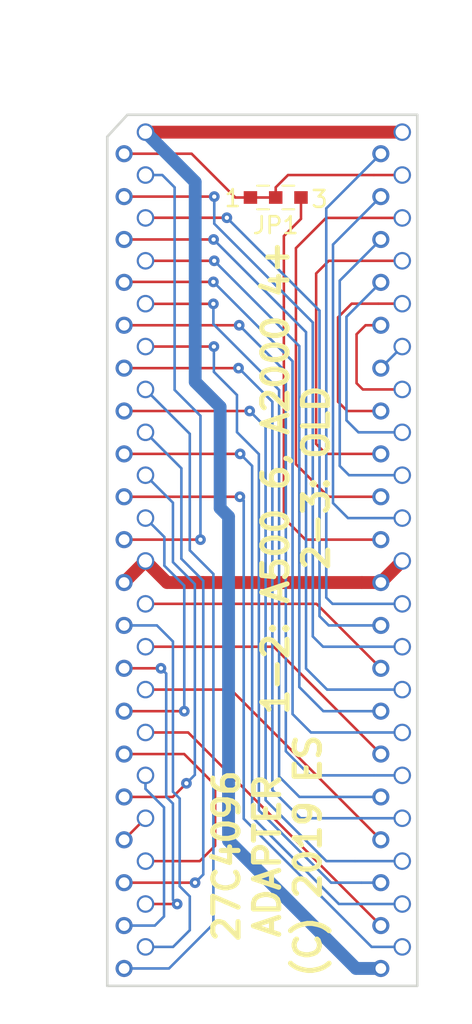
<source format=kicad_pcb>
(kicad_pcb (version 20171130) (host pcbnew "(5.1.0)-1")

  (general
    (thickness 1.6)
    (drawings 14)
    (tracks 242)
    (zones 0)
    (modules 3)
    (nets 40)
  )

  (page A4)
  (layers
    (0 F.Cu signal)
    (31 B.Cu signal)
    (32 B.Adhes user)
    (33 F.Adhes user)
    (34 B.Paste user)
    (35 F.Paste user)
    (36 B.SilkS user)
    (37 F.SilkS user)
    (38 B.Mask user)
    (39 F.Mask user)
    (40 Dwgs.User user)
    (41 Cmts.User user)
    (42 Eco1.User user)
    (43 Eco2.User user)
    (44 Edge.Cuts user)
    (45 Margin user)
    (46 B.CrtYd user)
    (47 F.CrtYd user)
    (48 B.Fab user)
    (49 F.Fab user hide)
  )

  (setup
    (last_trace_width 0.762)
    (user_trace_width 0.381)
    (user_trace_width 0.762)
    (trace_clearance 0.1524)
    (zone_clearance 0.508)
    (zone_45_only no)
    (trace_min 0.1524)
    (via_size 0.635)
    (via_drill 0.254)
    (via_min_size 0.508)
    (via_min_drill 0.254)
    (user_via 0.635 0.254)
    (user_via 0.762 0.381)
    (uvia_size 0.3)
    (uvia_drill 0.1)
    (uvias_allowed no)
    (uvia_min_size 0.2)
    (uvia_min_drill 0.1)
    (edge_width 0.15)
    (segment_width 0.2)
    (pcb_text_width 0.3)
    (pcb_text_size 1.5 1.5)
    (mod_edge_width 0.15)
    (mod_text_size 1 1)
    (mod_text_width 0.15)
    (pad_size 1.524 1.524)
    (pad_drill 0.762)
    (pad_to_mask_clearance 0.0508)
    (aux_axis_origin 0 0)
    (visible_elements 7FFFFFFF)
    (pcbplotparams
      (layerselection 0x010f0_80000001)
      (usegerberextensions false)
      (usegerberattributes false)
      (usegerberadvancedattributes false)
      (creategerberjobfile false)
      (excludeedgelayer true)
      (linewidth 0.254000)
      (plotframeref false)
      (viasonmask false)
      (mode 1)
      (useauxorigin false)
      (hpglpennumber 1)
      (hpglpenspeed 20)
      (hpglpendiameter 15.000000)
      (psnegative false)
      (psa4output false)
      (plotreference true)
      (plotvalue true)
      (plotinvisibletext false)
      (padsonsilk false)
      (subtractmaskfromsilk false)
      (outputformat 1)
      (mirror false)
      (drillshape 0)
      (scaleselection 1)
      (outputdirectory "plots"))
  )

  (net 0 "")
  (net 1 /A7)
  (net 2 /A6)
  (net 3 /A5)
  (net 4 /A4)
  (net 5 /A3)
  (net 6 /A2)
  (net 7 /A1)
  (net 8 /A0)
  (net 9 /CE#)
  (net 10 /GND)
  (net 11 /OE#)
  (net 12 /Q0)
  (net 13 /Q8)
  (net 14 /Q1)
  (net 15 /Q9)
  (net 16 /Q2)
  (net 17 /Q10)
  (net 18 /Q3)
  (net 19 /Q11)
  (net 20 /VCC)
  (net 21 /Q4)
  (net 22 /Q12)
  (net 23 /Q5)
  (net 24 /Q13)
  (net 25 /Q6)
  (net 26 /Q14)
  (net 27 /Q7)
  (net 28 /Q15)
  (net 29 /A16)
  (net 30 /A15)
  (net 31 /A13)
  (net 32 /A12)
  (net 33 /A11)
  (net 34 /A10)
  (net 35 /A9)
  (net 36 /A8)
  (net 37 /A14)
  (net 38 /A17)
  (net 39 /PIN31)

  (net_class Default "This is the default net class."
    (clearance 0.1524)
    (trace_width 0.1524)
    (via_dia 0.635)
    (via_drill 0.254)
    (uvia_dia 0.3)
    (uvia_drill 0.1)
    (add_net /A0)
    (add_net /A1)
    (add_net /A10)
    (add_net /A11)
    (add_net /A12)
    (add_net /A13)
    (add_net /A14)
    (add_net /A15)
    (add_net /A16)
    (add_net /A17)
    (add_net /A2)
    (add_net /A3)
    (add_net /A4)
    (add_net /A5)
    (add_net /A6)
    (add_net /A7)
    (add_net /A8)
    (add_net /A9)
    (add_net /CE#)
    (add_net /GND)
    (add_net /OE#)
    (add_net /PIN31)
    (add_net /Q0)
    (add_net /Q1)
    (add_net /Q10)
    (add_net /Q11)
    (add_net /Q12)
    (add_net /Q13)
    (add_net /Q14)
    (add_net /Q15)
    (add_net /Q2)
    (add_net /Q3)
    (add_net /Q4)
    (add_net /Q5)
    (add_net /Q6)
    (add_net /Q7)
    (add_net /Q8)
    (add_net /Q9)
    (add_net /VCC)
  )

  (net_class power ""
    (clearance 0.1524)
    (trace_width 0.381)
    (via_dia 0.635)
    (via_drill 0.254)
    (uvia_dia 0.3)
    (uvia_drill 0.1)
  )

  (module Passive:JMP1608X55-3 (layer F.Cu) (tedit 58FA73AC) (tstamp 58FA75F8)
    (at 110.6 78.8)
    (descr "Capacitor SMD 0603, reflow soldering, AVX (see smccp.pdf)")
    (tags "capacitor 0603")
    (path /58FA69D8)
    (attr smd)
    (fp_text reference JP1 (at 0 1.651) (layer F.SilkS)
      (effects (font (size 1 1) (thickness 0.15)))
    )
    (fp_text value JUMPER3 (at 0 1.5) (layer F.Fab)
      (effects (font (size 1 1) (thickness 0.15)))
    )
    (fp_text user 3 (at 2.6 0.1) (layer F.SilkS)
      (effects (font (size 1 1) (thickness 0.15)))
    )
    (fp_text user 1 (at -2.55 0.05) (layer F.SilkS)
      (effects (font (size 1 1) (thickness 0.15)))
    )
    (fp_text user %R (at 0 -1.5) (layer F.Fab)
      (effects (font (size 1 1) (thickness 0.15)))
    )
    (fp_line (start -1.55 0.4) (end -1.55 -0.4) (layer F.Fab) (width 0.1))
    (fp_line (start 1.55 0.4) (end -1.55 0.4) (layer F.Fab) (width 0.1))
    (fp_line (start 1.55 -0.4) (end 1.55 0.4) (layer F.Fab) (width 0.1))
    (fp_line (start -1.55 -0.4) (end 1.55 -0.4) (layer F.Fab) (width 0.1))
    (fp_line (start -1.1 -0.7) (end -0.4 -0.7) (layer F.SilkS) (width 0.12))
    (fp_line (start -0.4 0.7) (end -1.1 0.7) (layer F.SilkS) (width 0.12))
    (fp_line (start -2.15 -0.65) (end 2.15 -0.65) (layer F.CrtYd) (width 0.05))
    (fp_line (start -2.15 -0.65) (end -2.15 0.65) (layer F.CrtYd) (width 0.05))
    (fp_line (start 2.15 0.65) (end 2.15 -0.65) (layer F.CrtYd) (width 0.05))
    (fp_line (start 2.15 0.65) (end -2.15 0.65) (layer F.CrtYd) (width 0.05))
    (fp_line (start 0.4 -0.7) (end 1.1 -0.7) (layer F.SilkS) (width 0.12))
    (fp_line (start 1.1 0.7) (end 0.4 0.7) (layer F.SilkS) (width 0.12))
    (pad 1 smd rect (at -1.5 0) (size 0.8 0.75) (layers F.Cu F.Paste F.Mask)
      (net 38 /A17))
    (pad 2 smd rect (at 0 0) (size 0.8 0.75) (layers F.Cu F.Paste F.Mask)
      (net 38 /A17))
    (pad 3 smd rect (at 1.5 0) (size 0.8 0.75) (layers F.Cu F.Paste F.Mask)
      (net 39 /PIN31))
  )

  (module AmigaRomAdapter2:FlipPins40 (layer F.Cu) (tedit 5D0822D2) (tstamp 5D0827AC)
    (at 101.6 76.20762)
    (path /58F95FE8)
    (fp_text reference U1 (at 7.62 -1.016) (layer F.SilkS) hide
      (effects (font (size 1 1) (thickness 0.15)))
    )
    (fp_text value 27C400 (at 7.62 -1.016) (layer F.Fab)
      (effects (font (size 1 1) (thickness 0.15)))
    )
    (pad 1 thru_hole circle (at 0 0) (size 1.016 1.016) (drill 0.635) (layers *.Cu *.Mask)
      (net 38 /A17))
    (pad 2 thru_hole circle (at 0 2.54) (size 1.016 1.016) (drill 0.635) (layers *.Cu *.Mask)
      (net 1 /A7))
    (pad 3 thru_hole circle (at 0 5.08) (size 1.016 1.016) (drill 0.635) (layers *.Cu *.Mask)
      (net 2 /A6))
    (pad 4 thru_hole circle (at 0 7.62) (size 1.016 1.016) (drill 0.635) (layers *.Cu *.Mask)
      (net 3 /A5))
    (pad 5 thru_hole circle (at 0 10.16) (size 1.016 1.016) (drill 0.635) (layers *.Cu *.Mask)
      (net 4 /A4))
    (pad 6 thru_hole circle (at 0 12.7) (size 1.016 1.016) (drill 0.635) (layers *.Cu *.Mask)
      (net 5 /A3))
    (pad 7 thru_hole circle (at 0 15.24) (size 1.016 1.016) (drill 0.635) (layers *.Cu *.Mask)
      (net 6 /A2))
    (pad 8 thru_hole circle (at 0 17.78) (size 1.016 1.016) (drill 0.635) (layers *.Cu *.Mask)
      (net 7 /A1))
    (pad 9 thru_hole circle (at 0 20.32) (size 1.016 1.016) (drill 0.635) (layers *.Cu *.Mask)
      (net 8 /A0))
    (pad 10 thru_hole circle (at 0 22.86) (size 1.016 1.016) (drill 0.635) (layers *.Cu *.Mask)
      (net 9 /CE#))
    (pad 11 thru_hole circle (at 0 25.4) (size 1.016 1.016) (drill 0.635) (layers *.Cu *.Mask)
      (net 10 /GND))
    (pad 12 thru_hole circle (at 0 27.94) (size 1.016 1.016) (drill 0.635) (layers *.Cu *.Mask)
      (net 11 /OE#))
    (pad 13 thru_hole circle (at 0 30.48) (size 1.016 1.016) (drill 0.635) (layers *.Cu *.Mask)
      (net 12 /Q0))
    (pad 14 thru_hole circle (at 0 33.02) (size 1.016 1.016) (drill 0.635) (layers *.Cu *.Mask)
      (net 13 /Q8))
    (pad 15 thru_hole circle (at 0 35.56) (size 1.016 1.016) (drill 0.635) (layers *.Cu *.Mask)
      (net 14 /Q1))
    (pad 16 thru_hole circle (at 0 38.1) (size 1.016 1.016) (drill 0.635) (layers *.Cu *.Mask)
      (net 15 /Q9))
    (pad 17 thru_hole circle (at 0 40.64) (size 1.016 1.016) (drill 0.635) (layers *.Cu *.Mask)
      (net 16 /Q2))
    (pad 18 thru_hole circle (at 0 43.18) (size 1.016 1.016) (drill 0.635) (layers *.Cu *.Mask)
      (net 17 /Q10))
    (pad 19 thru_hole circle (at 0 45.72) (size 1.016 1.016) (drill 0.635) (layers *.Cu *.Mask)
      (net 18 /Q3))
    (pad 20 thru_hole circle (at 0 48.26) (size 1.016 1.016) (drill 0.635) (layers *.Cu *.Mask)
      (net 19 /Q11))
    (pad 21 thru_hole circle (at 15.24 48.26) (size 1.016 1.016) (drill 0.635) (layers *.Cu *.Mask)
      (net 20 /VCC))
    (pad 22 thru_hole circle (at 15.24 45.72) (size 1.016 1.016) (drill 0.635) (layers *.Cu *.Mask)
      (net 21 /Q4))
    (pad 23 thru_hole circle (at 15.24 43.18) (size 1.016 1.016) (drill 0.635) (layers *.Cu *.Mask)
      (net 22 /Q12))
    (pad 24 thru_hole circle (at 15.24 40.64) (size 1.016 1.016) (drill 0.635) (layers *.Cu *.Mask)
      (net 23 /Q5))
    (pad 25 thru_hole circle (at 15.24 38.1) (size 1.016 1.016) (drill 0.635) (layers *.Cu *.Mask)
      (net 24 /Q13))
    (pad 26 thru_hole circle (at 15.24 35.56) (size 1.016 1.016) (drill 0.635) (layers *.Cu *.Mask)
      (net 25 /Q6))
    (pad 27 thru_hole circle (at 15.24 33.02) (size 1.016 1.016) (drill 0.635) (layers *.Cu *.Mask)
      (net 26 /Q14))
    (pad 28 thru_hole circle (at 15.24 30.48) (size 1.016 1.016) (drill 0.635) (layers *.Cu *.Mask)
      (net 27 /Q7))
    (pad 29 thru_hole circle (at 15.24 27.94) (size 1.016 1.016) (drill 0.635) (layers *.Cu *.Mask)
      (net 28 /Q15))
    (pad 30 thru_hole circle (at 15.24 25.4) (size 1.016 1.016) (drill 0.635) (layers *.Cu *.Mask)
      (net 10 /GND))
    (pad 31 thru_hole circle (at 15.24 22.86) (size 1.016 1.016) (drill 0.635) (layers *.Cu *.Mask)
      (net 39 /PIN31))
    (pad 32 thru_hole circle (at 15.24 20.32) (size 1.016 1.016) (drill 0.635) (layers *.Cu *.Mask)
      (net 29 /A16))
    (pad 33 thru_hole circle (at 15.24 17.78) (size 1.016 1.016) (drill 0.635) (layers *.Cu *.Mask)
      (net 30 /A15))
    (pad 34 thru_hole circle (at 15.24 15.24) (size 1.016 1.016) (drill 0.635) (layers *.Cu *.Mask)
      (net 37 /A14))
    (pad 35 thru_hole circle (at 15.24 12.7) (size 1.016 1.016) (drill 0.635) (layers *.Cu *.Mask)
      (net 31 /A13))
    (pad 36 thru_hole circle (at 15.24 10.16) (size 1.016 1.016) (drill 0.635) (layers *.Cu *.Mask)
      (net 32 /A12))
    (pad 37 thru_hole circle (at 15.24 7.62) (size 1.016 1.016) (drill 0.635) (layers *.Cu *.Mask)
      (net 33 /A11))
    (pad 38 thru_hole circle (at 15.24 5.08) (size 1.016 1.016) (drill 0.635) (layers *.Cu *.Mask)
      (net 34 /A10))
    (pad 39 thru_hole circle (at 15.24 2.54) (size 1.016 1.016) (drill 0.635) (layers *.Cu *.Mask)
      (net 35 /A9))
    (pad 40 thru_hole circle (at 15.24 0) (size 1.016 1.016) (drill 0.635) (layers *.Cu *.Mask)
      (net 36 /A8))
  )

  (module AmigaRomAdapter2:SkinnyDip40 (layer F.Cu) (tedit 5D08282C) (tstamp 5D082EBB)
    (at 102.87 74.93)
    (path /58F9603B)
    (fp_text reference U2 (at 0 0.5) (layer F.SilkS) hide
      (effects (font (size 1 1) (thickness 0.15)))
    )
    (fp_text value 27C4096 (at 0 -0.5) (layer F.Fab)
      (effects (font (size 1 1) (thickness 0.15)))
    )
    (pad 1 thru_hole circle (at 0 0) (size 1.0414 1.0414) (drill 0.7874) (layers *.Cu *.Mask)
      (net 20 /VCC))
    (pad 2 thru_hole circle (at 0 2.54) (size 1.0414 1.0414) (drill 0.7874) (layers *.Cu *.Mask)
      (net 9 /CE#))
    (pad 3 thru_hole circle (at 0 5.08) (size 1.0414 1.0414) (drill 0.7874) (layers *.Cu *.Mask)
      (net 28 /Q15))
    (pad 4 thru_hole circle (at 0 7.62) (size 1.0414 1.0414) (drill 0.7874) (layers *.Cu *.Mask)
      (net 26 /Q14))
    (pad 5 thru_hole circle (at 0 10.16) (size 1.0414 1.0414) (drill 0.7874) (layers *.Cu *.Mask)
      (net 24 /Q13))
    (pad 6 thru_hole circle (at 0 12.7) (size 1.0414 1.0414) (drill 0.7874) (layers *.Cu *.Mask)
      (net 22 /Q12))
    (pad 7 thru_hole circle (at 0 15.24) (size 1.0414 1.0414) (drill 0.7874) (layers *.Cu *.Mask)
      (net 19 /Q11))
    (pad 8 thru_hole circle (at 0 17.78) (size 1.0414 1.0414) (drill 0.7874) (layers *.Cu *.Mask)
      (net 17 /Q10))
    (pad 9 thru_hole circle (at 0 20.32) (size 1.0414 1.0414) (drill 0.7874) (layers *.Cu *.Mask)
      (net 15 /Q9))
    (pad 10 thru_hole circle (at 0 22.86) (size 1.0414 1.0414) (drill 0.7874) (layers *.Cu *.Mask)
      (net 13 /Q8))
    (pad 11 thru_hole circle (at 0 25.4) (size 1.0414 1.0414) (drill 0.7874) (layers *.Cu *.Mask)
      (net 10 /GND))
    (pad 12 thru_hole circle (at 0 27.94) (size 1.0414 1.0414) (drill 0.7874) (layers *.Cu *.Mask)
      (net 27 /Q7))
    (pad 13 thru_hole circle (at 0 30.48) (size 1.0414 1.0414) (drill 0.7874) (layers *.Cu *.Mask)
      (net 25 /Q6))
    (pad 14 thru_hole circle (at 0 33.02) (size 1.0414 1.0414) (drill 0.7874) (layers *.Cu *.Mask)
      (net 23 /Q5))
    (pad 15 thru_hole circle (at 0 35.56) (size 1.0414 1.0414) (drill 0.7874) (layers *.Cu *.Mask)
      (net 21 /Q4))
    (pad 16 thru_hole circle (at 0 38.1) (size 1.0414 1.0414) (drill 0.7874) (layers *.Cu *.Mask)
      (net 18 /Q3))
    (pad 17 thru_hole circle (at 0 40.64) (size 1.0414 1.0414) (drill 0.7874) (layers *.Cu *.Mask)
      (net 16 /Q2))
    (pad 18 thru_hole circle (at 0 43.18) (size 1.0414 1.0414) (drill 0.7874) (layers *.Cu *.Mask)
      (net 14 /Q1))
    (pad 19 thru_hole circle (at 0 45.72) (size 1.0414 1.0414) (drill 0.7874) (layers *.Cu *.Mask)
      (net 12 /Q0))
    (pad 20 thru_hole circle (at 0 48.26) (size 1.0414 1.0414) (drill 0.7874) (layers *.Cu *.Mask)
      (net 11 /OE#))
    (pad 21 thru_hole circle (at 15.24 48.26) (size 1.0414 1.0414) (drill 0.7874) (layers *.Cu *.Mask)
      (net 8 /A0))
    (pad 22 thru_hole circle (at 15.24 45.72) (size 1.0414 1.0414) (drill 0.7874) (layers *.Cu *.Mask)
      (net 7 /A1))
    (pad 23 thru_hole circle (at 15.24 43.18) (size 1.0414 1.0414) (drill 0.7874) (layers *.Cu *.Mask)
      (net 6 /A2))
    (pad 24 thru_hole circle (at 15.24 40.64) (size 1.0414 1.0414) (drill 0.7874) (layers *.Cu *.Mask)
      (net 5 /A3))
    (pad 25 thru_hole circle (at 15.24 38.1) (size 1.0414 1.0414) (drill 0.7874) (layers *.Cu *.Mask)
      (net 4 /A4))
    (pad 26 thru_hole circle (at 15.24 35.56) (size 1.0414 1.0414) (drill 0.7874) (layers *.Cu *.Mask)
      (net 3 /A5))
    (pad 27 thru_hole circle (at 15.24 33.02) (size 1.0414 1.0414) (drill 0.7874) (layers *.Cu *.Mask)
      (net 2 /A6))
    (pad 28 thru_hole circle (at 15.24 30.48) (size 1.0414 1.0414) (drill 0.7874) (layers *.Cu *.Mask)
      (net 1 /A7))
    (pad 29 thru_hole circle (at 15.24 27.94) (size 1.0414 1.0414) (drill 0.7874) (layers *.Cu *.Mask)
      (net 36 /A8))
    (pad 30 thru_hole circle (at 15.24 25.4) (size 1.0414 1.0414) (drill 0.7874) (layers *.Cu *.Mask)
      (net 10 /GND))
    (pad 31 thru_hole circle (at 15.24 22.86) (size 1.0414 1.0414) (drill 0.7874) (layers *.Cu *.Mask)
      (net 35 /A9))
    (pad 32 thru_hole circle (at 15.24 20.32) (size 1.0414 1.0414) (drill 0.7874) (layers *.Cu *.Mask)
      (net 34 /A10))
    (pad 33 thru_hole circle (at 15.24 17.78) (size 1.0414 1.0414) (drill 0.7874) (layers *.Cu *.Mask)
      (net 33 /A11))
    (pad 34 thru_hole circle (at 15.24 15.24) (size 1.0414 1.0414) (drill 0.7874) (layers *.Cu *.Mask)
      (net 32 /A12))
    (pad 35 thru_hole circle (at 15.24 12.7) (size 1.0414 1.0414) (drill 0.7874) (layers *.Cu *.Mask)
      (net 31 /A13))
    (pad 36 thru_hole circle (at 15.24 10.16) (size 1.0414 1.0414) (drill 0.7874) (layers *.Cu *.Mask)
      (net 37 /A14))
    (pad 37 thru_hole circle (at 15.24 7.62) (size 1.0414 1.0414) (drill 0.7874) (layers *.Cu *.Mask)
      (net 30 /A15))
    (pad 38 thru_hole circle (at 15.24 5.08) (size 1.0414 1.0414) (drill 0.7874) (layers *.Cu *.Mask)
      (net 29 /A16))
    (pad 39 thru_hole circle (at 15.24 2.54) (size 1.0414 1.0414) (drill 0.7874) (layers *.Cu *.Mask)
      (net 38 /A17))
    (pad 40 thru_hole circle (at 15.24 0) (size 1.0414 1.0414) (drill 0.7874) (layers *.Cu *.Mask)
      (net 20 /VCC))
  )

  (dimension 51.6 (width 0.15) (layer Dwgs.User)
    (gr_text "51.600 mm" (at 97.9 99.7 90) (layer Dwgs.User)
      (effects (font (size 1 1) (thickness 0.15)))
    )
    (feature1 (pts (xy 100.4 73.9) (xy 98.613579 73.9)))
    (feature2 (pts (xy 100.4 125.5) (xy 98.613579 125.5)))
    (crossbar (pts (xy 99.2 125.5) (xy 99.2 73.9)))
    (arrow1a (pts (xy 99.2 73.9) (xy 99.786421 75.026504)))
    (arrow1b (pts (xy 99.2 73.9) (xy 98.613579 75.026504)))
    (arrow2a (pts (xy 99.2 125.5) (xy 99.786421 124.373496)))
    (arrow2b (pts (xy 99.2 125.5) (xy 98.613579 124.373496)))
  )
  (gr_line (start 100.6 75.2) (end 101.8 73.9) (layer Edge.Cuts) (width 0.15))
  (gr_line (start 119.2 73.9) (end 122.1 73.9) (layer Dwgs.User) (width 0.15))
  (gr_line (start 119.2 73.9) (end 119.2 78.4) (layer Dwgs.User) (width 0.15))
  (gr_circle (center 121.5 74.9) (end 121.7 75.3) (layer Dwgs.User) (width 0.15) (tstamp 5D0858ED))
  (gr_circle (center 120.2 76.2) (end 120.4 76.6) (layer Dwgs.User) (width 0.15) (tstamp 5D0858F0))
  (dimension 3.3 (width 0.15) (layer Dwgs.User)
    (gr_text "3.300 mm" (at 118.45 67.8) (layer Dwgs.User)
      (effects (font (size 1 1) (thickness 0.15)))
    )
    (feature1 (pts (xy 120.1 71.1) (xy 120.1 68.513579)))
    (feature2 (pts (xy 116.8 71.1) (xy 116.8 68.513579)))
    (crossbar (pts (xy 116.8 69.1) (xy 120.1 69.1)))
    (arrow1a (pts (xy 120.1 69.1) (xy 118.973496 69.686421)))
    (arrow1b (pts (xy 120.1 69.1) (xy 118.973496 68.513579)))
    (arrow2a (pts (xy 116.8 69.1) (xy 117.926504 69.686421)))
    (arrow2b (pts (xy 116.8 69.1) (xy 117.926504 68.513579)))
  )
  (dimension 18.4 (width 0.15) (layer Dwgs.User)
    (gr_text "18.400 mm" (at 109.8 128.414213) (layer Dwgs.User)
      (effects (font (size 1 1) (thickness 0.15)))
    )
    (feature1 (pts (xy 119 125.7) (xy 119 127.700634)))
    (feature2 (pts (xy 100.6 125.7) (xy 100.6 127.700634)))
    (crossbar (pts (xy 100.6 127.114213) (xy 119 127.114213)))
    (arrow1a (pts (xy 119 127.114213) (xy 117.873496 127.700634)))
    (arrow1b (pts (xy 119 127.114213) (xy 117.873496 126.527792)))
    (arrow2a (pts (xy 100.6 127.114213) (xy 101.726504 127.700634)))
    (arrow2b (pts (xy 100.6 127.114213) (xy 101.726504 126.527792)))
  )
  (gr_text "27C4096\nADAPTER\n(C) 2019 ES" (at 110.1 117.8 90) (layer F.SilkS)
    (effects (font (size 1.5 1.5) (thickness 0.3)))
  )
  (gr_text "1-2: A500 6, A2000 4+\n2-3: OLD" (at 111.8 95.4 90) (layer F.SilkS)
    (effects (font (size 1.5 1.5) (thickness 0.3)))
  )
  (gr_line (start 119 73.9) (end 101.8 73.9) (layer Edge.Cuts) (width 0.15))
  (gr_line (start 119 125.5) (end 119 73.9) (layer Edge.Cuts) (width 0.15) (tstamp 5D082F41))
  (gr_line (start 100.6 125.5) (end 119 125.5) (layer Edge.Cuts) (width 0.15))
  (gr_line (start 100.6 75.2) (end 100.6 125.5) (layer Edge.Cuts) (width 0.15))

  (segment (start 101.6 78.74762) (end 106.95238 78.74762) (width 0.1524) (layer F.Cu) (net 1))
  (via (at 106.95238 78.74762) (size 0.635) (drill 0.254) (layers F.Cu B.Cu) (net 1))
  (segment (start 106.95238 80.35238) (end 106.95238 78.74762) (width 0.1524) (layer B.Cu) (net 1))
  (segment (start 112.8 86.2) (end 106.95238 80.35238) (width 0.1524) (layer B.Cu) (net 1))
  (segment (start 112.8 104.8) (end 112.8 86.2) (width 0.1524) (layer B.Cu) (net 1))
  (segment (start 113.41 105.41) (end 112.8 104.8) (width 0.1524) (layer B.Cu) (net 1))
  (segment (start 118.11 105.41) (end 113.41 105.41) (width 0.1524) (layer B.Cu) (net 1))
  (segment (start 101.6 81.28762) (end 106.91238 81.28762) (width 0.1524) (layer F.Cu) (net 2))
  (via (at 106.91238 81.28762) (size 0.635) (drill 0.254) (layers F.Cu B.Cu) (net 2))
  (segment (start 112.16238 86.53762) (end 106.91238 81.28762) (width 0.1524) (layer B.Cu) (net 2))
  (segment (start 112.4 86.77524) (end 112.16238 86.53762) (width 0.1524) (layer B.Cu) (net 2))
  (segment (start 112.4 106.7) (end 112.4 86.77524) (width 0.1524) (layer B.Cu) (net 2))
  (segment (start 113.65 107.95) (end 112.4 106.7) (width 0.1524) (layer B.Cu) (net 2))
  (segment (start 118.11 107.95) (end 113.65 107.95) (width 0.1524) (layer B.Cu) (net 2))
  (segment (start 106.9 83.8) (end 101.62762 83.8) (width 0.1524) (layer F.Cu) (net 3))
  (segment (start 101.62762 83.8) (end 101.6 83.82762) (width 0.1524) (layer F.Cu) (net 3))
  (via (at 106.9 83.8) (size 0.635) (drill 0.254) (layers F.Cu B.Cu) (net 3))
  (segment (start 111.45 88.35) (end 106.9 83.8) (width 0.1524) (layer B.Cu) (net 3))
  (segment (start 111.6 88.5) (end 111.45 88.35) (width 0.1524) (layer B.Cu) (net 3))
  (segment (start 111.6 109.4) (end 111.6 88.5) (width 0.1524) (layer B.Cu) (net 3))
  (segment (start 112.69 110.49) (end 111.6 109.4) (width 0.1524) (layer B.Cu) (net 3))
  (segment (start 118.11 110.49) (end 112.69 110.49) (width 0.1524) (layer B.Cu) (net 3))
  (segment (start 108.43238 86.36762) (end 106.93238 86.36762) (width 0.1524) (layer F.Cu) (net 4))
  (segment (start 106.93238 86.36762) (end 101.6 86.36762) (width 0.1524) (layer F.Cu) (net 4))
  (via (at 108.43238 86.36762) (size 0.635) (drill 0.254) (layers F.Cu B.Cu) (net 4))
  (segment (start 116.43 113.03) (end 118.11 113.03) (width 0.1524) (layer B.Cu) (net 4))
  (segment (start 112.63 113.03) (end 116.43 113.03) (width 0.1524) (layer B.Cu) (net 4))
  (segment (start 111.2 111.6) (end 112.63 113.03) (width 0.1524) (layer B.Cu) (net 4))
  (segment (start 108.43238 86.36762) (end 111.2 89.13524) (width 0.1524) (layer B.Cu) (net 4))
  (segment (start 111.2 89.13524) (end 111.2 111.6) (width 0.1524) (layer B.Cu) (net 4))
  (segment (start 115.70863 101.60762) (end 116.84 101.60762) (width 0.762) (layer F.Cu) (net 10))
  (segment (start 116.84 101.6) (end 118.11 100.33) (width 0.762) (layer F.Cu) (net 10))
  (segment (start 116.84 101.60762) (end 116.84 101.6) (width 0.762) (layer F.Cu) (net 10))
  (segment (start 101.578 109.20562) (end 101.6 109.22762) (width 0.25) (layer F.Cu) (net 13))
  (segment (start 116.818 119.36562) (end 116.84 119.38762) (width 0.25) (layer F.Cu) (net 22))
  (via (at 108.39238 88.90762) (size 0.635) (drill 0.254) (layers F.Cu B.Cu) (net 5))
  (segment (start 101.6 88.90762) (end 108.39238 88.90762) (width 0.1524) (layer F.Cu) (net 5))
  (segment (start 108.40762 88.90762) (end 108.39238 88.90762) (width 0.1524) (layer B.Cu) (net 5))
  (segment (start 110.4 90.9) (end 108.40762 88.90762) (width 0.1524) (layer B.Cu) (net 5))
  (segment (start 110.4 113.9) (end 110.4 90.9) (width 0.1524) (layer B.Cu) (net 5))
  (segment (start 112.07 115.57) (end 110.4 113.9) (width 0.1524) (layer B.Cu) (net 5))
  (segment (start 118.11 115.57) (end 112.07 115.57) (width 0.1524) (layer B.Cu) (net 5))
  (segment (start 109.05238 91.44762) (end 107.24762 91.44762) (width 0.1524) (layer F.Cu) (net 6))
  (segment (start 107.24762 91.44762) (end 101.6 91.44762) (width 0.1524) (layer F.Cu) (net 6))
  (via (at 109.05238 91.44762) (size 0.635) (drill 0.254) (layers F.Cu B.Cu) (net 6))
  (segment (start 115.31 118.11) (end 118.11 118.11) (width 0.1524) (layer B.Cu) (net 6))
  (segment (start 113.61 118.11) (end 115.31 118.11) (width 0.1524) (layer B.Cu) (net 6))
  (segment (start 110 114.5) (end 113.61 118.11) (width 0.1524) (layer B.Cu) (net 6))
  (segment (start 109.05238 91.44762) (end 110 92.39524) (width 0.1524) (layer B.Cu) (net 6))
  (segment (start 110 92.39524) (end 110 114.5) (width 0.1524) (layer B.Cu) (net 6))
  (segment (start 108.48762 93.98762) (end 101.6 93.98762) (width 0.1524) (layer F.Cu) (net 7))
  (via (at 108.48762 93.98762) (size 0.635) (drill 0.254) (layers F.Cu B.Cu) (net 7))
  (segment (start 109.15 94.65) (end 108.48762 93.98762) (width 0.1524) (layer B.Cu) (net 7))
  (segment (start 109.2 94.7) (end 109.15 94.65) (width 0.1524) (layer B.Cu) (net 7))
  (segment (start 109.2 115.5) (end 109.2 94.7) (width 0.1524) (layer B.Cu) (net 7))
  (segment (start 114.35 120.65) (end 109.2 115.5) (width 0.1524) (layer B.Cu) (net 7))
  (segment (start 118.11 120.65) (end 114.35 120.65) (width 0.1524) (layer B.Cu) (net 7))
  (via (at 108.47238 96.52762) (size 0.635) (drill 0.254) (layers F.Cu B.Cu) (net 8))
  (segment (start 108.47238 96.52762) (end 101.6 96.52762) (width 0.1524) (layer F.Cu) (net 8))
  (segment (start 108.7 96.75524) (end 108.47238 96.52762) (width 0.1524) (layer B.Cu) (net 8))
  (segment (start 108.7 115.6) (end 108.7 96.75524) (width 0.1524) (layer B.Cu) (net 8))
  (segment (start 116.29 123.19) (end 108.7 115.6) (width 0.1524) (layer B.Cu) (net 8))
  (segment (start 118.11 123.19) (end 116.29 123.19) (width 0.1524) (layer B.Cu) (net 8))
  (via (at 106.13238 99.06762) (size 0.635) (drill 0.254) (layers F.Cu B.Cu) (net 9))
  (segment (start 106.13238 99.06762) (end 101.6 99.06762) (width 0.1524) (layer F.Cu) (net 9))
  (segment (start 103.87 77.47) (end 102.87 77.47) (width 0.1524) (layer B.Cu) (net 9))
  (segment (start 104.6 78.2) (end 103.87 77.47) (width 0.1524) (layer B.Cu) (net 9))
  (segment (start 104.6 90.2) (end 104.6 78.2) (width 0.1524) (layer B.Cu) (net 9))
  (segment (start 106.13238 91.73238) (end 104.6 90.2) (width 0.1524) (layer B.Cu) (net 9))
  (segment (start 106.13238 99.06762) (end 106.13238 91.73238) (width 0.1524) (layer B.Cu) (net 9))
  (segment (start 104.14762 101.60762) (end 102.87 100.33) (width 0.762) (layer F.Cu) (net 10))
  (segment (start 106.29238 101.60762) (end 104.14762 101.60762) (width 0.762) (layer F.Cu) (net 10))
  (segment (start 106.29238 101.60762) (end 115.70863 101.60762) (width 0.762) (layer F.Cu) (net 10))
  (segment (start 105.2 101.60762) (end 106.29238 101.60762) (width 0.762) (layer F.Cu) (net 10))
  (segment (start 101.6 101.6) (end 102.87 100.33) (width 0.762) (layer F.Cu) (net 10))
  (segment (start 101.6 101.60762) (end 101.6 101.6) (width 0.762) (layer F.Cu) (net 10))
  (segment (start 104.51 123.19) (end 102.87 123.19) (width 0.1524) (layer B.Cu) (net 11))
  (segment (start 105.5 122.2) (end 104.51 123.19) (width 0.1524) (layer B.Cu) (net 11))
  (segment (start 105.5 120.2) (end 105.5 122.2) (width 0.1524) (layer B.Cu) (net 11))
  (segment (start 101.6 104.14762) (end 103.54762 104.14762) (width 0.1524) (layer B.Cu) (net 11))
  (segment (start 103.54762 104.14762) (end 104.5 105.1) (width 0.1524) (layer B.Cu) (net 11))
  (segment (start 104.5 105.1) (end 104.5 114) (width 0.1524) (layer B.Cu) (net 11))
  (segment (start 104.5 114) (end 104.9 114.4) (width 0.1524) (layer B.Cu) (net 11))
  (segment (start 104.9 114.4) (end 104.9 119.6) (width 0.1524) (layer B.Cu) (net 11))
  (segment (start 104.9 119.6) (end 105.5 120.2) (width 0.1524) (layer B.Cu) (net 11))
  (via (at 103.78762 106.68762) (size 0.635) (drill 0.254) (layers F.Cu B.Cu) (net 12))
  (segment (start 101.6 106.68762) (end 103.78762 106.68762) (width 0.1524) (layer F.Cu) (net 12))
  (via (at 104.75 120.65) (size 0.635) (drill 0.254) (layers F.Cu B.Cu) (net 12))
  (segment (start 102.87 120.65) (end 104.75 120.65) (width 0.1524) (layer F.Cu) (net 12))
  (segment (start 104.5 120.4) (end 104.75 120.65) (width 0.1524) (layer B.Cu) (net 12))
  (segment (start 104.5 114.7) (end 104.5 120.4) (width 0.1524) (layer B.Cu) (net 12))
  (segment (start 104.1 114.3) (end 104.5 114.7) (width 0.1524) (layer B.Cu) (net 12))
  (segment (start 104.1 107) (end 104.1 114.3) (width 0.1524) (layer B.Cu) (net 12))
  (segment (start 103.78762 106.68762) (end 104.1 107) (width 0.1524) (layer B.Cu) (net 12))
  (via (at 105.17238 109.22762) (size 0.635) (drill 0.254) (layers F.Cu B.Cu) (net 13))
  (segment (start 101.6 109.22762) (end 105.17238 109.22762) (width 0.1524) (layer F.Cu) (net 13))
  (segment (start 103.99 98.91) (end 102.87 97.79) (width 0.1524) (layer B.Cu) (net 13))
  (segment (start 103.99 100.61) (end 103.99 98.91) (width 0.1524) (layer B.Cu) (net 13))
  (segment (start 105.17238 101.79238) (end 103.99 100.61) (width 0.1524) (layer B.Cu) (net 13))
  (segment (start 105.17238 109.22762) (end 105.17238 101.79238) (width 0.1524) (layer B.Cu) (net 13))
  (segment (start 106.09 118.11) (end 102.87 118.11) (width 0.1524) (layer F.Cu) (net 14))
  (segment (start 107.004115 117.195885) (end 106.09 118.11) (width 0.1524) (layer F.Cu) (net 14))
  (segment (start 107.004115 113.604115) (end 107.004115 117.195885) (width 0.1524) (layer F.Cu) (net 14))
  (segment (start 105.16762 111.76762) (end 107.004115 113.604115) (width 0.1524) (layer F.Cu) (net 14))
  (segment (start 101.6 111.76762) (end 105.16762 111.76762) (width 0.1524) (layer F.Cu) (net 14))
  (via (at 105.3 113.5) (size 0.635) (drill 0.254) (layers F.Cu B.Cu) (net 15))
  (segment (start 104.49238 114.30762) (end 105.3 113.5) (width 0.1524) (layer F.Cu) (net 15))
  (segment (start 101.6 114.30762) (end 104.49238 114.30762) (width 0.1524) (layer F.Cu) (net 15))
  (segment (start 105.8 113) (end 105.3 113.5) (width 0.1524) (layer B.Cu) (net 15))
  (segment (start 105.8 101.7) (end 105.8 113) (width 0.1524) (layer B.Cu) (net 15))
  (segment (start 104.5 100.4) (end 105.8 101.7) (width 0.1524) (layer B.Cu) (net 15))
  (segment (start 104.5 96.88) (end 104.5 100.4) (width 0.1524) (layer B.Cu) (net 15))
  (segment (start 102.87 95.25) (end 104.5 96.88) (width 0.1524) (layer B.Cu) (net 15))
  (segment (start 101.6 116.84) (end 102.87 115.57) (width 0.1524) (layer F.Cu) (net 16))
  (segment (start 101.6 116.84762) (end 101.6 116.84) (width 0.1524) (layer F.Cu) (net 16))
  (segment (start 105.81238 119.38762) (end 101.6 119.38762) (width 0.1524) (layer F.Cu) (net 17))
  (via (at 105.81238 119.38762) (size 0.635) (drill 0.254) (layers F.Cu B.Cu) (net 17))
  (segment (start 106.3 118.9) (end 105.81238 119.38762) (width 0.1524) (layer B.Cu) (net 17))
  (segment (start 106.3 101.5) (end 106.3 118.9) (width 0.1524) (layer B.Cu) (net 17))
  (segment (start 105 100.2) (end 106.3 101.5) (width 0.1524) (layer B.Cu) (net 17))
  (segment (start 105 94.84) (end 105 100.2) (width 0.1524) (layer B.Cu) (net 17))
  (segment (start 102.87 92.71) (end 105 94.84) (width 0.1524) (layer B.Cu) (net 17))
  (segment (start 103.97 121.38524) (end 103.42762 121.92762) (width 0.1524) (layer B.Cu) (net 18))
  (segment (start 103.42762 121.92762) (end 101.6 121.92762) (width 0.1524) (layer B.Cu) (net 18))
  (segment (start 102.87 113.83) (end 103.97 114.93) (width 0.1524) (layer B.Cu) (net 18))
  (segment (start 102.87 113.03) (end 102.87 113.83) (width 0.1524) (layer B.Cu) (net 18))
  (segment (start 103.97 114.93) (end 103.97 121.38524) (width 0.1524) (layer B.Cu) (net 18))
  (segment (start 105.15 92.45) (end 102.87 90.17) (width 0.1524) (layer B.Cu) (net 19))
  (segment (start 104.26762 124.46762) (end 106.9 121.83524) (width 0.1524) (layer B.Cu) (net 19))
  (segment (start 106.9 121.83524) (end 106.9 101.1) (width 0.1524) (layer B.Cu) (net 19))
  (segment (start 106.9 101.1) (end 105.5 99.7) (width 0.1524) (layer B.Cu) (net 19))
  (segment (start 105.5 99.7) (end 105.5 92.8) (width 0.1524) (layer B.Cu) (net 19))
  (segment (start 101.6 124.46762) (end 104.26762 124.46762) (width 0.1524) (layer B.Cu) (net 19))
  (segment (start 105.5 92.8) (end 105.15 92.45) (width 0.1524) (layer B.Cu) (net 19))
  (segment (start 105.82 77.88) (end 102.87 74.93) (width 0.762) (layer B.Cu) (net 20))
  (segment (start 105.82 89.72) (end 105.82 77.88) (width 0.762) (layer B.Cu) (net 20))
  (segment (start 116.84 124.46762) (end 115.36762 124.46762) (width 0.762) (layer B.Cu) (net 20))
  (segment (start 115.36762 124.46762) (end 107.8 116.9) (width 0.762) (layer B.Cu) (net 20))
  (segment (start 107.8 116.9) (end 107.8 97.7) (width 0.762) (layer B.Cu) (net 20))
  (segment (start 107.8 97.7) (end 107.3 97.2) (width 0.762) (layer B.Cu) (net 20))
  (segment (start 107.3 97.2) (end 107.3 91.2) (width 0.762) (layer B.Cu) (net 20))
  (segment (start 107.3 91.2) (end 105.82 89.72) (width 0.762) (layer B.Cu) (net 20))
  (segment (start 118.11 74.93) (end 102.87 74.93) (width 0.762) (layer F.Cu) (net 20))
  (segment (start 105.40238 110.49) (end 116.84 121.92762) (width 0.1524) (layer F.Cu) (net 21))
  (segment (start 102.87 110.49) (end 105.40238 110.49) (width 0.1524) (layer F.Cu) (net 21))
  (via (at 106.93 87.63) (size 0.635) (drill 0.254) (layers F.Cu B.Cu) (net 22))
  (segment (start 106.93 87.63) (end 102.87 87.63) (width 0.1524) (layer F.Cu) (net 22))
  (segment (start 115.68762 119.38762) (end 116.84 119.38762) (width 0.1524) (layer B.Cu) (net 22))
  (segment (start 106.93 89.13) (end 108.3 90.5) (width 0.1524) (layer B.Cu) (net 22))
  (segment (start 106.93 87.63) (end 106.93 89.13) (width 0.1524) (layer B.Cu) (net 22))
  (segment (start 108.3 90.5) (end 108.3 92.7) (width 0.1524) (layer B.Cu) (net 22))
  (segment (start 108.3 92.7) (end 109.6 94) (width 0.1524) (layer B.Cu) (net 22))
  (segment (start 113.88762 119.38762) (end 115.68762 119.38762) (width 0.1524) (layer B.Cu) (net 22))
  (segment (start 109.6 94) (end 109.6 115.1) (width 0.1524) (layer B.Cu) (net 22))
  (segment (start 109.6 115.1) (end 113.88762 119.38762) (width 0.1524) (layer B.Cu) (net 22))
  (segment (start 116.818 116.82562) (end 116.84 116.84762) (width 0.25) (layer F.Cu) (net 23))
  (segment (start 107.94238 107.95) (end 106.25 107.95) (width 0.1524) (layer F.Cu) (net 23))
  (segment (start 116.84 116.84762) (end 107.94238 107.95) (width 0.1524) (layer F.Cu) (net 23))
  (segment (start 102.87 107.95) (end 106.25 107.95) (width 0.1524) (layer F.Cu) (net 23))
  (segment (start 106.9 85.1) (end 102.88 85.1) (width 0.1524) (layer F.Cu) (net 24))
  (segment (start 102.88 85.1) (end 102.87 85.09) (width 0.1524) (layer F.Cu) (net 24))
  (via (at 106.9 85.1) (size 0.635) (drill 0.254) (layers F.Cu B.Cu) (net 24))
  (segment (start 106.9 86.3) (end 106.9 85.1) (width 0.1524) (layer B.Cu) (net 24))
  (segment (start 110.8 90.2) (end 106.9 86.3) (width 0.1524) (layer B.Cu) (net 24))
  (segment (start 110.8 113.1) (end 110.8 90.2) (width 0.1524) (layer B.Cu) (net 24))
  (segment (start 112.00762 114.30762) (end 110.8 113.1) (width 0.1524) (layer B.Cu) (net 24))
  (segment (start 116.84 114.30762) (end 112.00762 114.30762) (width 0.1524) (layer B.Cu) (net 24))
  (segment (start 110.48238 105.41) (end 116.84 111.76762) (width 0.1524) (layer F.Cu) (net 25))
  (segment (start 102.87 105.41) (end 110.48238 105.41) (width 0.1524) (layer F.Cu) (net 25))
  (via (at 106.95 82.55) (size 0.635) (drill 0.254) (layers F.Cu B.Cu) (net 26))
  (segment (start 102.87 82.55) (end 106.95 82.55) (width 0.1524) (layer F.Cu) (net 26))
  (segment (start 113.42762 109.22762) (end 116.84 109.22762) (width 0.1524) (layer B.Cu) (net 26))
  (segment (start 112 107.8) (end 113.42762 109.22762) (width 0.1524) (layer B.Cu) (net 26))
  (segment (start 106.95 82.55) (end 112 87.6) (width 0.1524) (layer B.Cu) (net 26))
  (segment (start 112 87.6) (end 112 107.8) (width 0.1524) (layer B.Cu) (net 26))
  (segment (start 113.02238 102.87) (end 116.84 106.68762) (width 0.1524) (layer F.Cu) (net 27))
  (segment (start 102.87 102.87) (end 113.02238 102.87) (width 0.1524) (layer F.Cu) (net 27))
  (segment (start 107.7 80) (end 102.88 80) (width 0.1524) (layer F.Cu) (net 28))
  (via (at 107.7 80) (size 0.635) (drill 0.254) (layers F.Cu B.Cu) (net 28))
  (segment (start 102.88 80) (end 102.87 80.01) (width 0.1524) (layer F.Cu) (net 28))
  (segment (start 116.84 104.14762) (end 113.74762 104.14762) (width 0.1524) (layer B.Cu) (net 28))
  (segment (start 113.74762 104.14762) (end 113.2 103.6) (width 0.1524) (layer B.Cu) (net 28))
  (segment (start 113.2 85.5) (end 113.1 85.4) (width 0.1524) (layer B.Cu) (net 28))
  (segment (start 113.2 103.6) (end 113.2 85.5) (width 0.1524) (layer B.Cu) (net 28))
  (segment (start 107.7 80) (end 113.1 85.4) (width 0.1524) (layer B.Cu) (net 28))
  (segment (start 116.84 96.52762) (end 113.72762 96.52762) (width 0.1524) (layer F.Cu) (net 29))
  (segment (start 113.72762 96.52762) (end 111.8 94.6) (width 0.1524) (layer F.Cu) (net 29))
  (segment (start 111.8 94.6) (end 111.8 81.8) (width 0.1524) (layer F.Cu) (net 29))
  (segment (start 113.59 80.01) (end 116.89 80.01) (width 0.1524) (layer F.Cu) (net 29))
  (segment (start 111.8 81.8) (end 113.59 80.01) (width 0.1524) (layer F.Cu) (net 29))
  (segment (start 118.11 80.01) (end 116.89 80.01) (width 0.1524) (layer F.Cu) (net 29))
  (segment (start 113.58762 93.98762) (end 116.84 93.98762) (width 0.1524) (layer F.Cu) (net 30))
  (segment (start 113 93.4) (end 113.58762 93.98762) (width 0.1524) (layer F.Cu) (net 30))
  (segment (start 113 83.3) (end 113 93.4) (width 0.1524) (layer F.Cu) (net 30))
  (segment (start 113.75 82.55) (end 113 83.3) (width 0.1524) (layer F.Cu) (net 30))
  (segment (start 118.11 82.55) (end 113.75 82.55) (width 0.1524) (layer F.Cu) (net 30))
  (segment (start 116.84 88.9) (end 118.11 87.63) (width 0.1524) (layer B.Cu) (net 31))
  (segment (start 116.84 88.90762) (end 116.84 88.9) (width 0.1524) (layer B.Cu) (net 31))
  (segment (start 118.11 90.17) (end 115.77 90.17) (width 0.1524) (layer F.Cu) (net 32))
  (segment (start 115.77 90.17) (end 115.4 89.8) (width 0.1524) (layer F.Cu) (net 32))
  (segment (start 115.4 89.8) (end 115.4 86.9) (width 0.1524) (layer F.Cu) (net 32))
  (segment (start 115.93238 86.36762) (end 116.84 86.36762) (width 0.1524) (layer F.Cu) (net 32))
  (segment (start 115.4 86.9) (end 115.93238 86.36762) (width 0.1524) (layer F.Cu) (net 32))
  (segment (start 116.84 83.82762) (end 116 84.66762) (width 0.1524) (layer B.Cu) (net 33))
  (segment (start 118.11 92.71) (end 115.51 92.71) (width 0.1524) (layer B.Cu) (net 33))
  (segment (start 115.51 92.71) (end 114.8 92) (width 0.1524) (layer B.Cu) (net 33))
  (segment (start 114.8 85.86762) (end 116 84.66762) (width 0.1524) (layer B.Cu) (net 33))
  (segment (start 114.8 92) (end 114.8 85.86762) (width 0.1524) (layer B.Cu) (net 33))
  (segment (start 114.4 83.72762) (end 116.84 81.28762) (width 0.1524) (layer B.Cu) (net 34))
  (segment (start 114.4 94.7) (end 114.4 83.72762) (width 0.1524) (layer B.Cu) (net 34))
  (segment (start 118.11 95.25) (end 114.95 95.25) (width 0.1524) (layer B.Cu) (net 34))
  (segment (start 114.95 95.25) (end 114.4 94.7) (width 0.1524) (layer B.Cu) (net 34))
  (segment (start 116.49 97.79) (end 118.11 97.79) (width 0.1524) (layer B.Cu) (net 35))
  (segment (start 114.89 97.79) (end 116.49 97.79) (width 0.1524) (layer B.Cu) (net 35))
  (segment (start 114 96.9) (end 114.89 97.79) (width 0.1524) (layer B.Cu) (net 35))
  (segment (start 114 81.58762) (end 114 96.9) (width 0.1524) (layer B.Cu) (net 35))
  (segment (start 116.84 78.74762) (end 114 81.58762) (width 0.1524) (layer B.Cu) (net 35))
  (segment (start 114.87381 78.17381) (end 116.84 76.20762) (width 0.1524) (layer B.Cu) (net 36))
  (segment (start 113.6 79.44762) (end 114.87381 78.17381) (width 0.1524) (layer B.Cu) (net 36))
  (segment (start 113.6 102.5) (end 113.6 79.44762) (width 0.1524) (layer B.Cu) (net 36))
  (segment (start 113.97 102.87) (end 113.6 102.5) (width 0.1524) (layer B.Cu) (net 36))
  (segment (start 118.11 102.87) (end 113.97 102.87) (width 0.1524) (layer B.Cu) (net 36))
  (segment (start 116.796 91.40362) (end 116.84 91.44762) (width 0.25) (layer F.Cu) (net 37))
  (segment (start 116.69 85.09) (end 118.11 85.09) (width 0.1524) (layer F.Cu) (net 37))
  (segment (start 116.84 91.44762) (end 114.84762 91.44762) (width 0.1524) (layer F.Cu) (net 37))
  (segment (start 114.84762 91.44762) (end 114.3 90.9) (width 0.1524) (layer F.Cu) (net 37))
  (segment (start 114.3 90.9) (end 114.3 85.9) (width 0.1524) (layer F.Cu) (net 37))
  (segment (start 115.11 85.09) (end 116.69 85.09) (width 0.1524) (layer F.Cu) (net 37))
  (segment (start 114.3 85.9) (end 115.11 85.09) (width 0.1524) (layer F.Cu) (net 37))
  (segment (start 116.43 77.47) (end 118.11 77.47) (width 0.1524) (layer F.Cu) (net 38))
  (segment (start 110.6 78.8) (end 109.1 78.8) (width 0.1524) (layer F.Cu) (net 38))
  (segment (start 110.6 78.8) (end 110.6 78.2) (width 0.1524) (layer F.Cu) (net 38))
  (segment (start 111.33 77.47) (end 116.43 77.47) (width 0.1524) (layer F.Cu) (net 38))
  (segment (start 110.6 78.2) (end 111.33 77.47) (width 0.1524) (layer F.Cu) (net 38))
  (segment (start 109.1 78.8) (end 108.2 78.8) (width 0.1524) (layer F.Cu) (net 38))
  (segment (start 105.60762 76.20762) (end 101.6 76.20762) (width 0.1524) (layer F.Cu) (net 38))
  (segment (start 108.2 78.8) (end 105.60762 76.20762) (width 0.1524) (layer F.Cu) (net 38))
  (segment (start 112.36762 99.06762) (end 116.84 99.06762) (width 0.1524) (layer F.Cu) (net 39))
  (segment (start 111.083 97.783) (end 112.36762 99.06762) (width 0.1524) (layer F.Cu) (net 39))
  (segment (start 112.1 80.066) (end 111.083 81.083) (width 0.1524) (layer F.Cu) (net 39))
  (segment (start 112.1 78.8) (end 112.1 80.066) (width 0.1524) (layer F.Cu) (net 39))
  (segment (start 111.083 81.083) (end 111.083 97.783) (width 0.1524) (layer F.Cu) (net 39))

)

</source>
